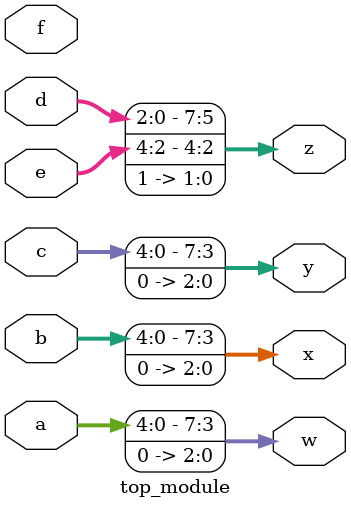
<source format=sv>
module top_module (
    input [4:0] a,
    input [4:0] b,
    input [4:0] c,
    input [4:0] d,
    input [4:0] e,
    input [4:0] f,
    output [7:0] w,
    output [7:0] x,
    output [7:0] y,
    output [7:0] z
);

assign w = {a, 3'b000};
assign x = {b, 3'b000};
assign y = {c, 3'b000};
assign z = {d, e[4:2], 2'b11};

endmodule

</source>
